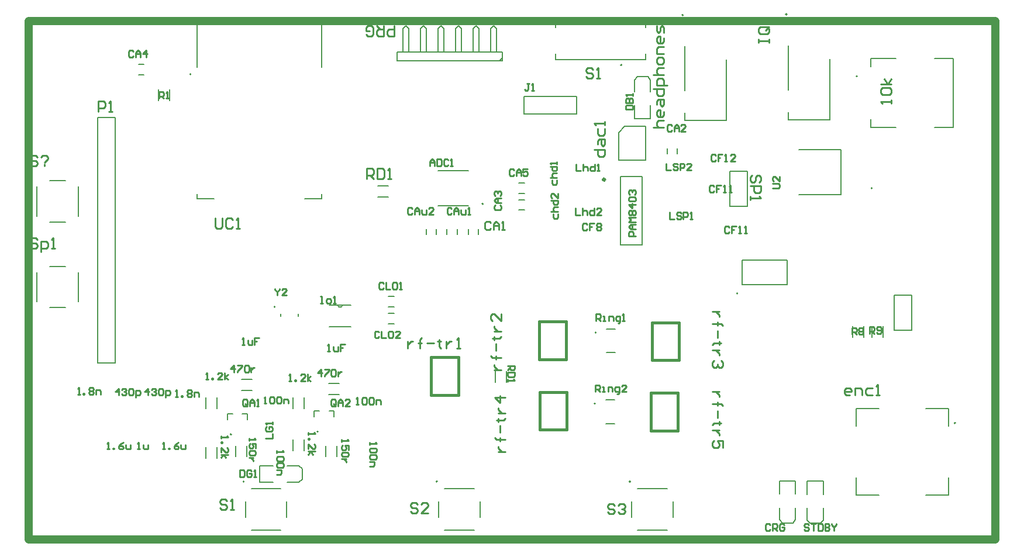
<source format=gto>
G04 Layer_Color=65535*
%FSLAX44Y44*%
%MOMM*%
G71*
G01*
G75*
%ADD42C,0.2000*%
%ADD44C,0.4000*%
%ADD49C,1.2000*%
%ADD84C,0.1524*%
%ADD85C,0.4064*%
%ADD86C,0.1270*%
%ADD87C,0.2540*%
D42*
X1460860Y1113180D02*
G03*
X1460860Y1113180I-1000J0D01*
G01*
X1132500Y526000D02*
G03*
X1132500Y526000I-1000J0D01*
G01*
X853000D02*
G03*
X853000Y526000I-1000J0D01*
G01*
X573500D02*
G03*
X573500Y526000I-1000J0D01*
G01*
X919400Y928400D02*
G03*
X919400Y928400I-1000J0D01*
G01*
X264000Y775500D02*
G03*
X264000Y775500I-1000J0D01*
G01*
X1482760Y950880D02*
G03*
X1482760Y950880I-1000J0D01*
G01*
X496350Y1116075D02*
G03*
X496350Y1116075I-1000J0D01*
G01*
X680500Y598400D02*
G03*
X680500Y598400I-1000J0D01*
G01*
X555000Y594400D02*
G03*
X555000Y594400I-1000J0D01*
G01*
X1083000Y742000D02*
G03*
X1083000Y742000I-1000J0D01*
G01*
X1082000Y639000D02*
G03*
X1082000Y639000I-1000J0D01*
G01*
X264000Y899500D02*
G03*
X264000Y899500I-1000J0D01*
G01*
X1288000Y798500D02*
G03*
X1288000Y798500I-1000J0D01*
G01*
X1603000Y611000D02*
G03*
X1603000Y611000I-1000J0D01*
G01*
X618250Y779000D02*
G03*
X618250Y779000I-1000J0D01*
G01*
X1120000Y1129440D02*
G03*
X1120000Y1129440I-1000J0D01*
G01*
X1209000Y1202000D02*
G03*
X1209000Y1202000I-1000J0D01*
G01*
X1359000Y1203000D02*
G03*
X1359000Y1203000I-1000J0D01*
G01*
X635000Y548500D02*
X652000D01*
X652000Y525500D02*
X657000Y529500D01*
X652000Y548500D02*
X657000Y544500D01*
X635000Y525500D02*
X652000D01*
X657000Y529500D02*
Y544500D01*
X596000Y525500D02*
Y548500D01*
X615000D01*
X596000Y525500D02*
X615000D01*
X977900Y1083700D02*
X1054100D01*
X977900Y1058300D02*
Y1083700D01*
Y1058300D02*
X1054100D01*
Y1083700D01*
X1138500Y1091000D02*
Y1108000D01*
X1157500Y1113000D02*
X1161500Y1108000D01*
X1138500D02*
X1142500Y1113000D01*
X1161500Y1091000D02*
Y1108000D01*
X1142500Y1113000D02*
X1157500D01*
X1138500Y1052000D02*
X1161500D01*
X1138500D02*
Y1071000D01*
X1161500Y1052000D02*
Y1071000D01*
X1539700Y745300D02*
Y796100D01*
X1514300D02*
X1539700D01*
X1514300Y745300D02*
Y796100D01*
Y745300D02*
X1539700D01*
X1276300Y975700D02*
X1301700D01*
Y924900D02*
Y975700D01*
X1276300Y924900D02*
X1301700D01*
X1276300D02*
Y975700D01*
X794700Y1135700D02*
X947100D01*
X942867D02*
X947100Y1139933D01*
X803167Y1148400D02*
Y1182267D01*
X807400Y1186500D01*
X811633Y1182267D01*
Y1148400D02*
Y1182267D01*
X828567Y1148400D02*
Y1182267D01*
X832800Y1186500D01*
X837033Y1182267D01*
Y1148400D02*
Y1182267D01*
X853967Y1148400D02*
Y1182267D01*
X858200Y1186500D01*
X862433Y1182267D01*
Y1148400D02*
Y1182267D01*
X879367Y1148400D02*
Y1182267D01*
X883600Y1186500D01*
X887833Y1182267D01*
Y1148400D02*
Y1182267D01*
X904767Y1148400D02*
Y1182267D01*
X909000Y1186500D01*
X913233Y1182267D01*
Y1148400D02*
Y1182267D01*
X930167Y1148400D02*
Y1182267D01*
X934400Y1186500D01*
X938633Y1182267D01*
Y1148400D02*
Y1182267D01*
X794700Y1135700D02*
Y1148400D01*
X947100D01*
Y1135700D02*
Y1148400D01*
X881500Y884000D02*
Y892000D01*
X866500Y884000D02*
Y892000D01*
X851500Y884000D02*
Y892000D01*
X836500Y884000D02*
Y892000D01*
X897500Y884000D02*
Y892000D01*
X912500Y884000D02*
Y892000D01*
X971000Y943500D02*
X979000D01*
X971000Y958500D02*
X979000D01*
X1411500Y470500D02*
Y487500D01*
X1388500Y470500D02*
X1392500Y465500D01*
X1407500D02*
X1411500Y470500D01*
X1388500D02*
Y487500D01*
X1392500Y465500D02*
X1407500D01*
X1388500Y526500D02*
X1411500D01*
Y507500D02*
Y526500D01*
X1388500Y507500D02*
Y526500D01*
X1371500Y471000D02*
Y488000D01*
X1348500Y471000D02*
X1352500Y466000D01*
X1367500D02*
X1371500Y471000D01*
X1348500D02*
Y488000D01*
X1352500Y466000D02*
X1367500D01*
X1348500Y527000D02*
X1371500D01*
Y508000D02*
Y527000D01*
X1348500Y508000D02*
Y527000D01*
X420000Y1130500D02*
X428000D01*
X420000Y1115500D02*
X428000D01*
X971000Y919500D02*
X979000D01*
X971000Y934500D02*
X979000D01*
X1200500Y1001000D02*
Y1009000D01*
X1185500Y1001000D02*
Y1009000D01*
X360680Y697550D02*
X386080D01*
X360680D02*
Y1053150D01*
X386080D01*
Y1034100D02*
Y1053150D01*
Y697550D02*
Y1034100D01*
X782000Y794500D02*
X790000D01*
X782000Y779500D02*
X790000D01*
X782000Y769500D02*
X790000D01*
X782000Y754500D02*
X790000D01*
D44*
X1201050Y600060D02*
Y654670D01*
X1161680Y600060D02*
X1201050D01*
X1161680Y654670D02*
X1201050D01*
X1161680Y600060D02*
Y654670D01*
X1203050Y702060D02*
Y756670D01*
X1163680Y702060D02*
X1203050D01*
X1163680Y756670D02*
X1203050D01*
X1163680Y702060D02*
Y756670D01*
X999950Y703330D02*
Y757940D01*
X1039320D01*
X999950Y703330D02*
X1039320D01*
Y757940D01*
X1000950Y601330D02*
Y655940D01*
X1040320D01*
X1000950Y601330D02*
X1040320D01*
Y655940D01*
X843950Y651330D02*
Y705940D01*
X883320D01*
X843950Y651330D02*
X883320D01*
Y705940D01*
D49*
X261000Y442000D02*
X261000Y1193000D01*
X1661000Y1193000D01*
X1661000Y442000D02*
X1661000Y1193000D01*
X261000Y442000D02*
X1661000Y442000D01*
D84*
X708952Y781494D02*
G03*
X715048Y781494I3048J0D01*
G01*
X696506D02*
X708952D01*
X715048D01*
X727494D01*
X696506Y750506D02*
X727494D01*
D85*
X1095414Y963350D02*
G03*
X1095414Y963350I-1414J0D01*
G01*
D86*
X766450Y938000D02*
X782050D01*
X766450Y954000D02*
X782050D01*
X1480000Y1039000D02*
Y1051000D01*
Y1039000D02*
X1517000D01*
X1480000Y1127000D02*
Y1139000D01*
X1517000D01*
X1573000Y1039000D02*
X1600000D01*
Y1139000D01*
X1573000D02*
X1600000D01*
X1134050Y474575D02*
Y497425D01*
X1142575Y515950D02*
X1185425D01*
X1193950Y474575D02*
Y497425D01*
X1142575Y456050D02*
X1185425D01*
X854550Y474575D02*
Y497425D01*
X863075Y515950D02*
X905925D01*
X914450Y474575D02*
Y497425D01*
X863075Y456050D02*
X905925D01*
X575050Y474575D02*
Y497425D01*
X583575Y515950D02*
X626425D01*
X634950Y474575D02*
Y497425D01*
X583575Y456050D02*
X626425D01*
X854000Y976000D02*
X898000D01*
X854000Y926000D02*
X898000D01*
X291575Y778050D02*
X314425D01*
X273050Y786575D02*
Y829425D01*
X291575Y837950D02*
X314425D01*
X332950Y786575D02*
Y829425D01*
X1454000Y735200D02*
Y750800D01*
X1470000Y735200D02*
Y750800D01*
X1482000Y735200D02*
Y750800D01*
X1498000Y735200D02*
Y750800D01*
X1376275Y941300D02*
X1437225D01*
X1376275Y1006700D02*
X1437225D01*
Y941300D02*
Y1006700D01*
X505350Y936075D02*
Y942575D01*
Y936075D02*
X529850D01*
X660850D02*
X685350D01*
Y942575D01*
X505350Y1126075D02*
Y1191075D01*
X685350D01*
Y1126075D02*
Y1191075D01*
X644000Y632200D02*
Y647800D01*
X660000Y632200D02*
Y647800D01*
X674500Y620000D02*
Y628500D01*
X703500Y620000D02*
Y628500D01*
X696000D02*
X703500D01*
X674500D02*
X682000D01*
X691000Y562200D02*
Y577800D01*
X707000Y562200D02*
Y577800D01*
X644000Y571200D02*
Y586800D01*
X660000Y571200D02*
Y586800D01*
X549000Y616000D02*
Y624500D01*
X578000Y616000D02*
Y624500D01*
X570500D02*
X578000D01*
X549000D02*
X556500D01*
X953000Y670200D02*
Y685800D01*
X937000Y670200D02*
Y685800D01*
X518000Y560200D02*
Y575800D01*
X534000Y560200D02*
Y575800D01*
X561000Y562200D02*
Y577800D01*
X577000Y562200D02*
Y577800D01*
X1097500Y712865D02*
X1110500D01*
X1097500Y747135D02*
X1110500D01*
X1096500Y609865D02*
X1109500D01*
X1096500Y644135D02*
X1109500D01*
X695200Y668000D02*
X710800D01*
X695200Y652000D02*
X710800D01*
X569200Y674000D02*
X584800D01*
X569200Y658000D02*
X584800D01*
X518000Y632200D02*
Y647800D01*
X534000Y632200D02*
Y647800D01*
X1118250Y868850D02*
Y967850D01*
Y868850D02*
X1149750D01*
Y967850D01*
X1118250D02*
X1149750D01*
X1154500Y991500D02*
Y1040500D01*
X1115500Y991500D02*
X1154500D01*
X1115500D02*
Y1031786D01*
X1124214Y1040500D01*
X1154500D01*
X449000Y1078200D02*
Y1093800D01*
X465000Y1078200D02*
Y1093800D01*
X291575Y902050D02*
X314425D01*
X273050Y910575D02*
Y953425D01*
X291575Y961950D02*
X314425D01*
X332950Y910575D02*
Y953425D01*
X1294500Y811500D02*
Y846500D01*
X1359500D01*
Y811500D02*
Y846500D01*
X1294500Y811500D02*
X1359500D01*
X1459000Y506500D02*
X1492000D01*
X1459000D02*
Y532000D01*
Y606000D02*
Y631500D01*
X1492000D01*
X1560000Y506500D02*
X1593000D01*
Y532000D01*
Y606000D02*
Y631500D01*
X1560000D02*
X1593000D01*
X651250Y765700D02*
Y769300D01*
X626250Y765700D02*
Y769300D01*
X1118500Y1193000D02*
X1154000D01*
X1059500D02*
X1118500D01*
X1024000D02*
X1059500D01*
X1024000Y1137000D02*
X1154000D01*
Y1184200D02*
Y1193000D01*
Y1137000D02*
Y1145800D01*
X1024000Y1184200D02*
Y1193000D01*
Y1137000D02*
Y1145800D01*
X1211000Y1049000D02*
Y1060000D01*
Y1092000D02*
Y1157000D01*
Y1049000D02*
X1271000D01*
Y1137000D01*
X1361000Y1050000D02*
Y1061000D01*
Y1093000D02*
Y1158000D01*
Y1050000D02*
X1421000D01*
Y1138000D01*
D87*
X750622Y964454D02*
Y979689D01*
X758240D01*
X760779Y977150D01*
Y972072D01*
X758240Y969532D01*
X750622D01*
X755700D02*
X760779Y964454D01*
X765857Y979689D02*
Y964454D01*
X773475D01*
X776014Y966993D01*
Y977150D01*
X773475Y979689D01*
X765857D01*
X781092Y964454D02*
X786171D01*
X783631D01*
Y979689D01*
X781092Y977150D01*
X604003Y589000D02*
X614000D01*
Y595664D01*
X605669Y605661D02*
X604003Y603995D01*
Y600663D01*
X605669Y598997D01*
X612334D01*
X614000Y600663D01*
Y603995D01*
X612334Y605661D01*
X609002D01*
Y602329D01*
X614000Y608993D02*
Y612326D01*
Y610660D01*
X604003D01*
X605669Y608993D01*
X567000Y542997D02*
Y533000D01*
X571998D01*
X573665Y534666D01*
Y541331D01*
X571998Y542997D01*
X567000D01*
X583661Y541331D02*
X581995Y542997D01*
X578663D01*
X576997Y541331D01*
Y534666D01*
X578663Y533000D01*
X581995D01*
X583661Y534666D01*
Y537998D01*
X580329D01*
X586993Y533000D02*
X590326D01*
X588660D01*
Y542997D01*
X586993Y541331D01*
X986088Y1102197D02*
X982756D01*
X984422D01*
Y1093866D01*
X982756Y1092200D01*
X981090D01*
X979424Y1093866D01*
X989421Y1092200D02*
X992753D01*
X991087D01*
Y1102197D01*
X989421Y1100531D01*
X1126003Y1065000D02*
X1136000D01*
Y1069998D01*
X1134334Y1071665D01*
X1127669D01*
X1126003Y1069998D01*
Y1065000D01*
Y1074997D02*
X1136000D01*
Y1079995D01*
X1134334Y1081661D01*
X1132668D01*
X1131002Y1079995D01*
Y1074997D01*
Y1079995D01*
X1129335Y1081661D01*
X1127669D01*
X1126003Y1079995D01*
Y1074997D01*
X1136000Y1084994D02*
Y1088326D01*
Y1086660D01*
X1126003D01*
X1127669Y1084994D01*
X1275648Y894537D02*
X1273982Y896203D01*
X1270650D01*
X1268984Y894537D01*
Y887872D01*
X1270650Y886206D01*
X1273982D01*
X1275648Y887872D01*
X1285645Y896203D02*
X1278981D01*
Y891204D01*
X1282313D01*
X1278981D01*
Y886206D01*
X1288978D02*
X1292310D01*
X1290644D01*
Y896203D01*
X1288978Y894537D01*
X1297308Y886206D02*
X1300641D01*
X1298974D01*
Y896203D01*
X1297308Y894537D01*
X531000Y908235D02*
Y895539D01*
X533539Y893000D01*
X538618D01*
X541157Y895539D01*
Y908235D01*
X556392Y905696D02*
X553853Y908235D01*
X548774D01*
X546235Y905696D01*
Y895539D01*
X548774Y893000D01*
X553853D01*
X556392Y895539D01*
X561470Y893000D02*
X566549D01*
X564009D01*
Y908235D01*
X561470Y905696D01*
X693960Y715088D02*
X697292D01*
X695626D01*
Y725085D01*
X693960Y723419D01*
X702291Y721752D02*
Y716754D01*
X703957Y715088D01*
X708955D01*
Y721752D01*
X718952Y725085D02*
X712287D01*
Y720086D01*
X715620D01*
X712287D01*
Y715088D01*
X569981Y724201D02*
X573314D01*
X571647D01*
Y734198D01*
X569981Y732532D01*
X578312Y730865D02*
Y725867D01*
X579978Y724201D01*
X584977D01*
Y730865D01*
X594973Y734198D02*
X588309D01*
Y729199D01*
X591641D01*
X588309D01*
Y724201D01*
X620000Y571000D02*
Y567668D01*
Y569334D01*
X629997D01*
X628331Y571000D01*
Y562669D02*
X629997Y561003D01*
Y557671D01*
X628331Y556005D01*
X621666D01*
X620000Y557671D01*
Y561003D01*
X621666Y562669D01*
X628331D01*
Y552673D02*
X629997Y551006D01*
Y547674D01*
X628331Y546008D01*
X621666D01*
X620000Y547674D01*
Y551006D01*
X621666Y552673D01*
X628331D01*
X620000Y542676D02*
X626665D01*
Y537677D01*
X624998Y536011D01*
X620000D01*
X1081532Y656082D02*
Y666079D01*
X1086530D01*
X1088196Y664413D01*
Y661080D01*
X1086530Y659414D01*
X1081532D01*
X1084864D02*
X1088196Y656082D01*
X1091529D02*
X1094861D01*
X1093195D01*
Y662747D01*
X1091529D01*
X1099859Y656082D02*
Y662747D01*
X1104858D01*
X1106524Y661080D01*
Y656082D01*
X1113188Y652750D02*
X1114855D01*
X1116521Y654416D01*
Y662747D01*
X1111522D01*
X1109856Y661080D01*
Y657748D01*
X1111522Y656082D01*
X1116521D01*
X1126517D02*
X1119853D01*
X1126517Y662747D01*
Y664413D01*
X1124851Y666079D01*
X1121519D01*
X1119853Y664413D01*
X1082548Y758952D02*
Y768949D01*
X1087546D01*
X1089212Y767283D01*
Y763950D01*
X1087546Y762284D01*
X1082548D01*
X1085880D02*
X1089212Y758952D01*
X1092545D02*
X1095877D01*
X1094211D01*
Y765617D01*
X1092545D01*
X1100875Y758952D02*
Y765617D01*
X1105874D01*
X1107540Y763950D01*
Y758952D01*
X1114204Y755620D02*
X1115871D01*
X1117537Y757286D01*
Y765617D01*
X1112538D01*
X1110872Y763950D01*
Y760618D01*
X1112538Y758952D01*
X1117537D01*
X1120869D02*
X1124201D01*
X1122535D01*
Y768949D01*
X1120869Y767283D01*
X955000Y694000D02*
X964997D01*
Y689002D01*
X963331Y687336D01*
X959998D01*
X958332Y689002D01*
Y694000D01*
Y690668D02*
X955000Y687336D01*
X964997Y684003D02*
X955000D01*
Y679005D01*
X956666Y677339D01*
X963331D01*
X964997Y679005D01*
Y684003D01*
X955000Y674006D02*
Y670674D01*
Y672340D01*
X964997D01*
X963331Y674006D01*
X638000Y672000D02*
X641332D01*
X639666D01*
Y681997D01*
X638000Y680331D01*
X646331Y672000D02*
Y673666D01*
X647997D01*
Y672000D01*
X646331D01*
X661326D02*
X654661D01*
X661326Y678664D01*
Y680331D01*
X659660Y681997D01*
X656327D01*
X654661Y680331D01*
X664658Y672000D02*
Y681997D01*
Y675332D02*
X669656Y678664D01*
X664658Y675332D02*
X669656Y672000D01*
X666000Y597000D02*
Y593668D01*
Y595334D01*
X675997D01*
X674331Y597000D01*
X666000Y588669D02*
X667666D01*
Y587003D01*
X666000D01*
Y588669D01*
Y573674D02*
Y580339D01*
X672664Y573674D01*
X674331D01*
X675997Y575340D01*
Y578673D01*
X674331Y580339D01*
X666000Y570342D02*
X675997D01*
X669332D02*
X672664Y565344D01*
X669332Y570342D02*
X666000Y565344D01*
X684322Y678420D02*
Y688417D01*
X679324Y683418D01*
X685988D01*
X689321Y688417D02*
X695985D01*
Y686751D01*
X689321Y680086D01*
Y678420D01*
X699317Y686751D02*
X700984Y688417D01*
X704316D01*
X705982Y686751D01*
Y680086D01*
X704316Y678420D01*
X700984D01*
X699317Y680086D01*
Y686751D01*
X709314Y685085D02*
Y678420D01*
Y681752D01*
X710981Y683418D01*
X712647Y685085D01*
X714313D01*
X714000Y587000D02*
Y583668D01*
Y585334D01*
X723997D01*
X722331Y587000D01*
X723997Y572005D02*
Y578669D01*
X718998D01*
X720665Y575337D01*
Y573671D01*
X718998Y572005D01*
X715666D01*
X714000Y573671D01*
Y577003D01*
X715666Y578669D01*
X722331Y568673D02*
X723997Y567006D01*
Y563674D01*
X722331Y562008D01*
X715666D01*
X714000Y563674D01*
Y567006D01*
X715666Y568673D01*
X722331D01*
X720665Y558676D02*
X714000D01*
X717332D01*
X718998Y557010D01*
X720665Y555344D01*
Y553677D01*
X580000Y589000D02*
Y585668D01*
Y587334D01*
X589997D01*
X588331Y589000D01*
X589997Y574005D02*
Y580669D01*
X584998D01*
X586665Y577337D01*
Y575671D01*
X584998Y574005D01*
X581666D01*
X580000Y575671D01*
Y579003D01*
X581666Y580669D01*
X588331Y570673D02*
X589997Y569006D01*
Y565674D01*
X588331Y564008D01*
X581666D01*
X580000Y565674D01*
Y569006D01*
X581666Y570673D01*
X588331D01*
X586665Y560676D02*
X580000D01*
X583332D01*
X584998Y559010D01*
X586665Y557343D01*
Y555677D01*
X558304Y684356D02*
Y694353D01*
X553306Y689354D01*
X559971D01*
X563303Y694353D02*
X569967D01*
Y692687D01*
X563303Y686022D01*
Y684356D01*
X573299Y692687D02*
X574966Y694353D01*
X578298D01*
X579964Y692687D01*
Y686022D01*
X578298Y684356D01*
X574966D01*
X573299Y686022D01*
Y692687D01*
X583296Y691021D02*
Y684356D01*
Y687688D01*
X584963Y689354D01*
X586629Y691021D01*
X588295D01*
X540000Y592000D02*
Y588668D01*
Y590334D01*
X549997D01*
X548331Y592000D01*
X540000Y583669D02*
X541666D01*
Y582003D01*
X540000D01*
Y583669D01*
Y568674D02*
Y575339D01*
X546665Y568674D01*
X548331D01*
X549997Y570340D01*
Y573673D01*
X548331Y575339D01*
X540000Y565342D02*
X549997D01*
X543332D02*
X546665Y560344D01*
X543332Y565342D02*
X540000Y560344D01*
X517906Y673862D02*
X521238D01*
X519572D01*
Y683859D01*
X517906Y682193D01*
X526237Y673862D02*
Y675528D01*
X527903D01*
Y673862D01*
X526237D01*
X541232D02*
X534567D01*
X541232Y680527D01*
Y682193D01*
X539566Y683859D01*
X536233D01*
X534567Y682193D01*
X544564Y673862D02*
Y683859D01*
Y677194D02*
X549562Y680527D01*
X544564Y677194D02*
X549562Y673862D01*
X705665Y636666D02*
Y643331D01*
X703998Y644997D01*
X700666D01*
X699000Y643331D01*
Y636666D01*
X700666Y635000D01*
X703998D01*
X702332Y638332D02*
X705665Y635000D01*
X703998D02*
X705665Y636666D01*
X708997Y635000D02*
Y641665D01*
X712329Y644997D01*
X715661Y641665D01*
Y635000D01*
Y639998D01*
X708997D01*
X725658Y635000D02*
X718994D01*
X725658Y641665D01*
Y643331D01*
X723992Y644997D01*
X720660D01*
X718994Y643331D01*
X577664Y636666D02*
Y643331D01*
X575998Y644997D01*
X572666D01*
X571000Y643331D01*
Y636666D01*
X572666Y635000D01*
X575998D01*
X574332Y638332D02*
X577664Y635000D01*
X575998D02*
X577664Y636666D01*
X580997Y635000D02*
Y641665D01*
X584329Y644997D01*
X587661Y641665D01*
Y635000D01*
Y639998D01*
X580997D01*
X590994Y635000D02*
X594326D01*
X592660D01*
Y644997D01*
X590994Y643331D01*
X455000Y573000D02*
X458332D01*
X456666D01*
Y582997D01*
X455000Y581331D01*
X463331Y573000D02*
Y574666D01*
X464997D01*
Y573000D01*
X463331D01*
X478326Y582997D02*
X474994Y581331D01*
X471661Y577998D01*
Y574666D01*
X473327Y573000D01*
X476660D01*
X478326Y574666D01*
Y576332D01*
X476660Y577998D01*
X471661D01*
X481658Y579664D02*
Y574666D01*
X483324Y573000D01*
X488323D01*
Y579664D01*
X418500Y573000D02*
X421832D01*
X420166D01*
Y582997D01*
X418500Y581331D01*
X426831Y579664D02*
Y574666D01*
X428497Y573000D01*
X433495D01*
Y579664D01*
X375000Y573000D02*
X378332D01*
X376666D01*
Y582997D01*
X375000Y581331D01*
X383331Y573000D02*
Y574666D01*
X384997D01*
Y573000D01*
X383331D01*
X398326Y582997D02*
X394994Y581331D01*
X391661Y577998D01*
Y574666D01*
X393327Y573000D01*
X396660D01*
X398326Y574666D01*
Y576332D01*
X396660Y577998D01*
X391661D01*
X401658Y579664D02*
Y574666D01*
X403324Y573000D01*
X408323D01*
Y579664D01*
X755000Y583000D02*
Y579668D01*
Y581334D01*
X764997D01*
X763331Y583000D01*
Y574669D02*
X764997Y573003D01*
Y569671D01*
X763331Y568005D01*
X756666D01*
X755000Y569671D01*
Y573003D01*
X756666Y574669D01*
X763331D01*
Y564673D02*
X764997Y563006D01*
Y559674D01*
X763331Y558008D01*
X756666D01*
X755000Y559674D01*
Y563006D01*
X756666Y564673D01*
X763331D01*
X755000Y554676D02*
X761665D01*
Y549677D01*
X759998Y548011D01*
X755000D01*
X474000Y649000D02*
X477332D01*
X475666D01*
Y658997D01*
X474000Y657331D01*
X482331Y649000D02*
Y650666D01*
X483997D01*
Y649000D01*
X482331D01*
X490661Y657331D02*
X492327Y658997D01*
X495660D01*
X497326Y657331D01*
Y655665D01*
X495660Y653998D01*
X497326Y652332D01*
Y650666D01*
X495660Y649000D01*
X492327D01*
X490661Y650666D01*
Y652332D01*
X492327Y653998D01*
X490661Y655665D01*
Y657331D01*
X492327Y653998D02*
X495660D01*
X500658Y649000D02*
Y655665D01*
X505656D01*
X507323Y653998D01*
Y649000D01*
X433998Y651000D02*
Y660997D01*
X429000Y655998D01*
X435664D01*
X438997Y659331D02*
X440663Y660997D01*
X443995D01*
X445661Y659331D01*
Y657664D01*
X443995Y655998D01*
X442329D01*
X443995D01*
X445661Y654332D01*
Y652666D01*
X443995Y651000D01*
X440663D01*
X438997Y652666D01*
X448994Y659331D02*
X450660Y660997D01*
X453992D01*
X455658Y659331D01*
Y652666D01*
X453992Y651000D01*
X450660D01*
X448994Y652666D01*
Y659331D01*
X458990Y647668D02*
Y657664D01*
X463989D01*
X465655Y655998D01*
Y652666D01*
X463989Y651000D01*
X458990D01*
X391162D02*
Y660997D01*
X386164Y655998D01*
X392828D01*
X396160Y659331D02*
X397826Y660997D01*
X401159D01*
X402825Y659331D01*
Y657664D01*
X401159Y655998D01*
X399493D01*
X401159D01*
X402825Y654332D01*
Y652666D01*
X401159Y651000D01*
X397826D01*
X396160Y652666D01*
X406157Y659331D02*
X407823Y660997D01*
X411156D01*
X412822Y659331D01*
Y652666D01*
X411156Y651000D01*
X407823D01*
X406157Y652666D01*
Y659331D01*
X416154Y647668D02*
Y657664D01*
X421152D01*
X422818Y655998D01*
Y652666D01*
X421152Y651000D01*
X416154D01*
X332000Y652001D02*
X335332D01*
X333666D01*
Y661998D01*
X332000Y660332D01*
X340331Y652001D02*
Y653667D01*
X341997D01*
Y652001D01*
X340331D01*
X348661Y660332D02*
X350327Y661998D01*
X353660D01*
X355326Y660332D01*
Y658665D01*
X353660Y656999D01*
X355326Y655333D01*
Y653667D01*
X353660Y652001D01*
X350327D01*
X348661Y653667D01*
Y655333D01*
X350327Y656999D01*
X348661Y658665D01*
Y660332D01*
X350327Y656999D02*
X353660D01*
X358658Y652001D02*
Y658665D01*
X363656D01*
X365323Y656999D01*
Y652001D01*
X735656Y638084D02*
X738988D01*
X737322D01*
Y648081D01*
X735656Y646415D01*
X743987D02*
X745653Y648081D01*
X748985D01*
X750651Y646415D01*
Y639750D01*
X748985Y638084D01*
X745653D01*
X743987Y639750D01*
Y646415D01*
X753983D02*
X755649Y648081D01*
X758982D01*
X760648Y646415D01*
Y639750D01*
X758982Y638084D01*
X755649D01*
X753983Y639750D01*
Y646415D01*
X763980Y638084D02*
Y644749D01*
X768979D01*
X770645Y643082D01*
Y638084D01*
X601980Y639064D02*
X605312D01*
X603646D01*
Y649061D01*
X601980Y647395D01*
X610311D02*
X611977Y649061D01*
X615309D01*
X616975Y647395D01*
Y640730D01*
X615309Y639064D01*
X611977D01*
X610311Y640730D01*
Y647395D01*
X620307D02*
X621974Y649061D01*
X625306D01*
X626972Y647395D01*
Y640730D01*
X625306Y639064D01*
X621974D01*
X620307Y640730D01*
Y647395D01*
X630304Y639064D02*
Y645729D01*
X635303D01*
X636969Y644062D01*
Y639064D01*
X1261157Y656000D02*
X1251000D01*
X1256078D01*
X1258617Y653461D01*
X1261157Y650922D01*
Y648382D01*
X1251000Y638226D02*
X1263696D01*
X1258617D01*
Y640765D01*
Y635687D01*
Y638226D01*
X1263696D01*
X1266235Y635687D01*
X1258617Y628069D02*
Y617912D01*
X1263696Y610295D02*
X1261157D01*
Y612834D01*
Y607756D01*
Y610295D01*
X1253539D01*
X1251000Y607756D01*
X1261157Y600138D02*
X1251000D01*
X1256078D01*
X1258617Y597599D01*
X1261157Y595060D01*
Y592520D01*
X1266235Y574746D02*
Y584903D01*
X1258617D01*
X1261157Y579825D01*
Y577285D01*
X1258617Y574746D01*
X1253539D01*
X1251000Y577285D01*
Y582364D01*
X1253539Y584903D01*
X940843Y569000D02*
X951000D01*
X945922D01*
X943382Y571539D01*
X940843Y574078D01*
Y576618D01*
X951000Y586774D02*
X938304D01*
X943382D01*
Y584235D01*
Y589313D01*
Y586774D01*
X938304D01*
X935765Y589313D01*
X943382Y596931D02*
Y607088D01*
X938304Y614705D02*
X940843D01*
Y612166D01*
Y617244D01*
Y614705D01*
X948461D01*
X951000Y617244D01*
X940843Y624862D02*
X951000D01*
X945922D01*
X943382Y627401D01*
X940843Y629940D01*
Y632479D01*
X951000Y647714D02*
X935765D01*
X943382Y640097D01*
Y650254D01*
X1261157Y772000D02*
X1251000D01*
X1256078D01*
X1258617Y769461D01*
X1261157Y766922D01*
Y764382D01*
X1251000Y754226D02*
X1263696D01*
X1258617D01*
Y756765D01*
Y751687D01*
Y754226D01*
X1263696D01*
X1266235Y751687D01*
X1258617Y744069D02*
Y733912D01*
X1263696Y726295D02*
X1261157D01*
Y728834D01*
Y723756D01*
Y726295D01*
X1253539D01*
X1251000Y723756D01*
X1261157Y716138D02*
X1251000D01*
X1256078D01*
X1258617Y713599D01*
X1261157Y711060D01*
Y708521D01*
X1263696Y700903D02*
X1266235Y698364D01*
Y693286D01*
X1263696Y690746D01*
X1261157D01*
X1258617Y693286D01*
Y695825D01*
Y693286D01*
X1256078Y690746D01*
X1253539D01*
X1251000Y693286D01*
Y698364D01*
X1253539Y700903D01*
X934843Y688000D02*
X945000D01*
X939922D01*
X937383Y690539D01*
X934843Y693078D01*
Y695618D01*
X945000Y705774D02*
X932304D01*
X937383D01*
Y703235D01*
Y708313D01*
Y705774D01*
X932304D01*
X929765Y708313D01*
X937383Y715931D02*
Y726088D01*
X932304Y733705D02*
X934843D01*
Y731166D01*
Y736244D01*
Y733705D01*
X942461D01*
X945000Y736244D01*
X934843Y743862D02*
X945000D01*
X939922D01*
X937383Y746401D01*
X934843Y748940D01*
Y751479D01*
X945000Y769254D02*
Y759097D01*
X934843Y769254D01*
X932304D01*
X929765Y766714D01*
Y761636D01*
X932304Y759097D01*
X809484Y729319D02*
Y719162D01*
Y724240D01*
X812023Y726779D01*
X814562Y729319D01*
X817102D01*
X827258Y719162D02*
Y731858D01*
Y726779D01*
X824719D01*
X829797D01*
X827258D01*
Y731858D01*
X829797Y734397D01*
X837415Y726779D02*
X847572D01*
X855189Y731858D02*
Y729319D01*
X852650D01*
X857728D01*
X855189D01*
Y721701D01*
X857728Y719162D01*
X865346Y729319D02*
Y719162D01*
Y724240D01*
X867885Y726779D01*
X870424Y729319D01*
X872963D01*
X880581Y719162D02*
X885659D01*
X883120D01*
Y734397D01*
X880581Y731858D01*
X1318696Y959843D02*
X1321235Y962383D01*
Y967461D01*
X1318696Y970000D01*
X1316157D01*
X1313618Y967461D01*
Y962383D01*
X1311078Y959843D01*
X1308539D01*
X1306000Y962383D01*
Y967461D01*
X1308539Y970000D01*
X1306000Y954765D02*
X1321235D01*
Y947147D01*
X1318696Y944608D01*
X1313618D01*
X1311078Y947147D01*
Y954765D01*
X1306000Y939530D02*
Y934452D01*
Y936991D01*
X1321235D01*
X1318696Y939530D01*
X1184000Y986997D02*
Y977000D01*
X1190665D01*
X1200661Y985331D02*
X1198995Y986997D01*
X1195663D01*
X1193997Y985331D01*
Y983664D01*
X1195663Y981998D01*
X1198995D01*
X1200661Y980332D01*
Y978666D01*
X1198995Y977000D01*
X1195663D01*
X1193997Y978666D01*
X1203994Y977000D02*
Y986997D01*
X1208992D01*
X1210658Y985331D01*
Y981998D01*
X1208992Y980332D01*
X1203994D01*
X1220655Y977000D02*
X1213990D01*
X1220655Y983664D01*
Y985331D01*
X1218989Y986997D01*
X1215657D01*
X1213990Y985331D01*
X1189000Y915997D02*
Y906000D01*
X1195665D01*
X1205661Y914331D02*
X1203995Y915997D01*
X1200663D01*
X1198997Y914331D01*
Y912664D01*
X1200663Y910998D01*
X1203995D01*
X1205661Y909332D01*
Y907666D01*
X1203995Y906000D01*
X1200663D01*
X1198997Y907666D01*
X1208994Y906000D02*
Y915997D01*
X1213992D01*
X1215658Y914331D01*
Y910998D01*
X1213992Y909332D01*
X1208994D01*
X1218990Y906000D02*
X1222323D01*
X1220657D01*
Y915997D01*
X1218990Y914331D01*
X1334664Y463331D02*
X1332998Y464997D01*
X1329666D01*
X1328000Y463331D01*
Y456666D01*
X1329666Y455000D01*
X1332998D01*
X1334664Y456666D01*
X1337997Y455000D02*
Y464997D01*
X1342995D01*
X1344661Y463331D01*
Y459998D01*
X1342995Y458332D01*
X1337997D01*
X1341329D02*
X1344661Y455000D01*
X1354658Y463331D02*
X1352992Y464997D01*
X1349660D01*
X1347994Y463331D01*
Y456666D01*
X1349660Y455000D01*
X1352992D01*
X1354658Y456666D01*
Y459998D01*
X1351326D01*
X1390665Y463331D02*
X1388998Y464997D01*
X1385666D01*
X1384000Y463331D01*
Y461665D01*
X1385666Y459998D01*
X1388998D01*
X1390665Y458332D01*
Y456666D01*
X1388998Y455000D01*
X1385666D01*
X1384000Y456666D01*
X1393997Y464997D02*
X1400661D01*
X1397329D01*
Y455000D01*
X1403994Y464997D02*
Y455000D01*
X1408992D01*
X1410658Y456666D01*
Y463331D01*
X1408992Y464997D01*
X1403994D01*
X1413990D02*
Y455000D01*
X1418989D01*
X1420655Y456666D01*
Y458332D01*
X1418989Y459998D01*
X1413990D01*
X1418989D01*
X1420655Y461665D01*
Y463331D01*
X1418989Y464997D01*
X1413990D01*
X1423987D02*
Y463331D01*
X1427319Y459998D01*
X1430652Y463331D01*
Y464997D01*
X1427319Y459998D02*
Y455000D01*
X273621Y995496D02*
X271082Y998035D01*
X266003D01*
X263464Y995496D01*
Y992957D01*
X266003Y990418D01*
X271082D01*
X273621Y987878D01*
Y985339D01*
X271082Y982800D01*
X266003D01*
X263464Y985339D01*
X278699Y995496D02*
X281238Y998035D01*
X286317D01*
X288856Y995496D01*
Y992957D01*
X283777Y987878D01*
Y985339D02*
Y982800D01*
X1109157Y491696D02*
X1106618Y494235D01*
X1101539D01*
X1099000Y491696D01*
Y489157D01*
X1101539Y486618D01*
X1106618D01*
X1109157Y484078D01*
Y481539D01*
X1106618Y479000D01*
X1101539D01*
X1099000Y481539D01*
X1114235Y491696D02*
X1116774Y494235D01*
X1121853D01*
X1124392Y491696D01*
Y489157D01*
X1121853Y486618D01*
X1119313D01*
X1121853D01*
X1124392Y484078D01*
Y481539D01*
X1121853Y479000D01*
X1116774D01*
X1114235Y481539D01*
X824157Y492696D02*
X821618Y495235D01*
X816539D01*
X814000Y492696D01*
Y490157D01*
X816539Y487617D01*
X821618D01*
X824157Y485078D01*
Y482539D01*
X821618Y480000D01*
X816539D01*
X814000Y482539D01*
X839392Y480000D02*
X829235D01*
X839392Y490157D01*
Y492696D01*
X836853Y495235D01*
X831774D01*
X829235Y492696D01*
X548157Y497696D02*
X545617Y500235D01*
X540539D01*
X538000Y497696D01*
Y495157D01*
X540539Y492617D01*
X545617D01*
X548157Y490078D01*
Y487539D01*
X545617Y485000D01*
X540539D01*
X538000Y487539D01*
X553235Y485000D02*
X558313D01*
X555774D01*
Y500235D01*
X553235Y497696D01*
X273570Y876550D02*
X271031Y879089D01*
X265952D01*
X263413Y876550D01*
Y874011D01*
X265952Y871471D01*
X271031D01*
X273570Y868932D01*
Y866393D01*
X271031Y863854D01*
X265952D01*
X263413Y866393D01*
X278648Y858776D02*
Y874011D01*
X286266D01*
X288805Y871471D01*
Y866393D01*
X286266Y863854D01*
X278648D01*
X293883D02*
X298962D01*
X296422D01*
Y879089D01*
X293883Y876550D01*
X1140000Y882000D02*
X1130003D01*
Y886998D01*
X1131669Y888664D01*
X1135002D01*
X1136668Y886998D01*
Y882000D01*
X1140000Y891997D02*
X1133335D01*
X1130003Y895329D01*
X1133335Y898661D01*
X1140000D01*
X1135002D01*
Y891997D01*
X1140000Y901993D02*
X1130003D01*
X1133335Y905326D01*
X1130003Y908658D01*
X1140000D01*
X1131669Y911990D02*
X1130003Y913656D01*
Y916989D01*
X1131669Y918655D01*
X1133335D01*
X1135002Y916989D01*
X1136668Y918655D01*
X1138334D01*
X1140000Y916989D01*
Y913656D01*
X1138334Y911990D01*
X1136668D01*
X1135002Y913656D01*
X1133335Y911990D01*
X1131669D01*
X1135002Y913656D02*
Y916989D01*
X1140000Y926985D02*
X1130003D01*
X1135002Y921987D01*
Y928652D01*
X1131669Y931984D02*
X1130003Y933650D01*
Y936982D01*
X1131669Y938648D01*
X1138334D01*
X1140000Y936982D01*
Y933650D01*
X1138334Y931984D01*
X1131669D01*
Y941981D02*
X1130003Y943647D01*
Y946979D01*
X1131669Y948645D01*
X1133335D01*
X1135002Y946979D01*
Y945313D01*
Y946979D01*
X1136668Y948645D01*
X1138334D01*
X1140000Y946979D01*
Y943647D01*
X1138334Y941981D01*
X1479000Y740000D02*
Y749997D01*
X1483998D01*
X1485665Y748331D01*
Y744998D01*
X1483998Y743332D01*
X1479000D01*
X1482332D02*
X1485665Y740000D01*
X1488997Y741666D02*
X1490663Y740000D01*
X1493995D01*
X1495661Y741666D01*
Y748331D01*
X1493995Y749997D01*
X1490663D01*
X1488997Y748331D01*
Y746665D01*
X1490663Y744998D01*
X1495661D01*
X1453000Y739000D02*
Y748997D01*
X1457998D01*
X1459664Y747331D01*
Y743998D01*
X1457998Y742332D01*
X1453000D01*
X1456332D02*
X1459664Y739000D01*
X1462997Y747331D02*
X1464663Y748997D01*
X1467995D01*
X1469661Y747331D01*
Y745665D01*
X1467995Y743998D01*
X1469661Y742332D01*
Y740666D01*
X1467995Y739000D01*
X1464663D01*
X1462997Y740666D01*
Y742332D01*
X1464663Y743998D01*
X1462997Y745665D01*
Y747331D01*
X1464663Y743998D02*
X1467995D01*
X790000Y1186000D02*
Y1170765D01*
X782383D01*
X779843Y1173304D01*
Y1178382D01*
X782383Y1180922D01*
X790000D01*
X774765Y1186000D02*
Y1170765D01*
X767147D01*
X764608Y1173304D01*
Y1178382D01*
X767147Y1180922D01*
X774765D01*
X769687D02*
X764608Y1186000D01*
X749373Y1173304D02*
X751912Y1170765D01*
X756991D01*
X759530Y1173304D01*
Y1183461D01*
X756991Y1186000D01*
X751912D01*
X749373Y1183461D01*
Y1178382D01*
X754452D01*
X1079765Y1007157D02*
X1095000D01*
Y999539D01*
X1092461Y997000D01*
X1087383D01*
X1084843Y999539D01*
Y1007157D01*
Y1014774D02*
Y1019853D01*
X1087383Y1022392D01*
X1095000D01*
Y1014774D01*
X1092461Y1012235D01*
X1089922Y1014774D01*
Y1022392D01*
X1084843Y1037627D02*
Y1030009D01*
X1087383Y1027470D01*
X1092461D01*
X1095000Y1030009D01*
Y1037627D01*
Y1042705D02*
Y1047784D01*
Y1045244D01*
X1079765D01*
X1082304Y1042705D01*
X1338003Y951000D02*
X1346334D01*
X1348000Y952666D01*
Y955998D01*
X1346334Y957664D01*
X1338003D01*
X1348000Y967661D02*
Y960997D01*
X1341335Y967661D01*
X1339669D01*
X1338003Y965995D01*
Y962663D01*
X1339669Y960997D01*
X450000Y1081000D02*
Y1090997D01*
X454998D01*
X456665Y1089331D01*
Y1085998D01*
X454998Y1084332D01*
X450000D01*
X453332D02*
X456665Y1081000D01*
X459997D02*
X463329D01*
X461663D01*
Y1090997D01*
X459997Y1089331D01*
X842000Y983000D02*
Y989665D01*
X845332Y992997D01*
X848664Y989665D01*
Y983000D01*
Y987998D01*
X842000D01*
X851997Y992997D02*
Y983000D01*
X856995D01*
X858661Y984666D01*
Y991331D01*
X856995Y992997D01*
X851997D01*
X868658Y991331D02*
X866992Y992997D01*
X863660D01*
X861994Y991331D01*
Y984666D01*
X863660Y983000D01*
X866992D01*
X868658Y984666D01*
X871990Y983000D02*
X875323D01*
X873656D01*
Y992997D01*
X871990Y991331D01*
X929997Y900997D02*
X927998Y902996D01*
X923999D01*
X922000Y900997D01*
Y892999D01*
X923999Y891000D01*
X927998D01*
X929997Y892999D01*
X933996Y891000D02*
Y898997D01*
X937995Y902996D01*
X941993Y898997D01*
Y891000D01*
Y896998D01*
X933996D01*
X945992Y891000D02*
X949991D01*
X947992D01*
Y902996D01*
X945992Y900997D01*
X1192289Y1041549D02*
X1190622Y1043215D01*
X1187290D01*
X1185624Y1041549D01*
Y1034884D01*
X1187290Y1033218D01*
X1190622D01*
X1192289Y1034884D01*
X1195621Y1033218D02*
Y1039883D01*
X1198953Y1043215D01*
X1202285Y1039883D01*
Y1033218D01*
Y1038216D01*
X1195621D01*
X1212282Y1033218D02*
X1205618D01*
X1212282Y1039883D01*
Y1041549D01*
X1210616Y1043215D01*
X1207284D01*
X1205618Y1041549D01*
X936669Y926665D02*
X935003Y924998D01*
Y921666D01*
X936669Y920000D01*
X943334D01*
X945000Y921666D01*
Y924998D01*
X943334Y926665D01*
X945000Y929997D02*
X938335D01*
X935003Y933329D01*
X938335Y936661D01*
X945000D01*
X940002D01*
Y929997D01*
X936669Y939994D02*
X935003Y941660D01*
Y944992D01*
X936669Y946658D01*
X938335D01*
X940002Y944992D01*
Y943326D01*
Y944992D01*
X941668Y946658D01*
X943334D01*
X945000Y944992D01*
Y941660D01*
X943334Y939994D01*
X412811Y1149045D02*
X411144Y1150711D01*
X407812D01*
X406146Y1149045D01*
Y1142380D01*
X407812Y1140714D01*
X411144D01*
X412811Y1142380D01*
X416143Y1140714D02*
Y1147378D01*
X419475Y1150711D01*
X422807Y1147378D01*
Y1140714D01*
Y1145712D01*
X416143D01*
X431138Y1140714D02*
Y1150711D01*
X426140Y1145712D01*
X432804D01*
X963672Y976897D02*
X962006Y978563D01*
X958674D01*
X957008Y976897D01*
Y970232D01*
X958674Y968566D01*
X962006D01*
X963672Y970232D01*
X967005Y968566D02*
Y975230D01*
X970337Y978563D01*
X973669Y975230D01*
Y968566D01*
Y973564D01*
X967005D01*
X983666Y978563D02*
X977002D01*
Y973564D01*
X980334Y975230D01*
X982000D01*
X983666Y973564D01*
Y970232D01*
X982000Y968566D01*
X978668D01*
X977002Y970232D01*
X873664Y921331D02*
X871998Y922997D01*
X868666D01*
X867000Y921331D01*
Y914666D01*
X868666Y913000D01*
X871998D01*
X873664Y914666D01*
X876997Y913000D02*
Y919665D01*
X880329Y922997D01*
X883661Y919665D01*
Y913000D01*
Y917998D01*
X876997D01*
X886994Y919665D02*
Y914666D01*
X888660Y913000D01*
X893658D01*
Y919665D01*
X896990Y913000D02*
X900323D01*
X898656D01*
Y922997D01*
X896990Y921331D01*
X816665D02*
X814998Y922997D01*
X811666D01*
X810000Y921331D01*
Y914666D01*
X811666Y913000D01*
X814998D01*
X816665Y914666D01*
X819997Y913000D02*
Y919665D01*
X823329Y922997D01*
X826661Y919665D01*
Y913000D01*
Y917998D01*
X819997D01*
X829994Y919665D02*
Y914666D01*
X831660Y913000D01*
X836658D01*
Y919665D01*
X846655Y913000D02*
X839990D01*
X846655Y919665D01*
Y921331D01*
X844989Y922997D01*
X841656D01*
X839990Y921331D01*
X362204Y1061786D02*
Y1077021D01*
X369822D01*
X372361Y1074482D01*
Y1069404D01*
X369822Y1066864D01*
X362204D01*
X377439Y1061786D02*
X382517D01*
X379978D01*
Y1077021D01*
X377439Y1074482D01*
X1449964Y651340D02*
X1444885D01*
X1442346Y653879D01*
Y658958D01*
X1444885Y661497D01*
X1449964D01*
X1452503Y658958D01*
Y656418D01*
X1442346D01*
X1457581Y651340D02*
Y661497D01*
X1465199D01*
X1467738Y658958D01*
Y651340D01*
X1482973Y661497D02*
X1475355D01*
X1472816Y658958D01*
Y653879D01*
X1475355Y651340D01*
X1482973D01*
X1488051D02*
X1493130D01*
X1490590D01*
Y666575D01*
X1488051Y664036D01*
X684000Y784000D02*
X687332D01*
X685666D01*
Y793997D01*
X684000D01*
X693997Y784000D02*
X697329D01*
X698995Y785666D01*
Y788998D01*
X697329Y790665D01*
X693997D01*
X692331Y788998D01*
Y785666D01*
X693997Y784000D01*
X702327D02*
X705660D01*
X703994D01*
Y793997D01*
X702327Y792331D01*
X617728Y805763D02*
Y804097D01*
X621060Y800764D01*
X624393Y804097D01*
Y805763D01*
X621060Y800764D02*
Y795766D01*
X634389D02*
X627725D01*
X634389Y802430D01*
Y804097D01*
X632723Y805763D01*
X629391D01*
X627725Y804097D01*
X1510000Y1074000D02*
Y1079078D01*
Y1076539D01*
X1494765D01*
X1497304Y1074000D01*
Y1086696D02*
X1494765Y1089235D01*
Y1094313D01*
X1497304Y1096853D01*
X1507461D01*
X1510000Y1094313D01*
Y1089235D01*
X1507461Y1086696D01*
X1497304D01*
X1510000Y1101931D02*
X1494765D01*
X1504922D02*
X1499843Y1109548D01*
X1504922Y1101931D02*
X1510000Y1109548D01*
X1078157Y1122696D02*
X1075618Y1125235D01*
X1070539D01*
X1068000Y1122696D01*
Y1120157D01*
X1070539Y1117617D01*
X1075618D01*
X1078157Y1115078D01*
Y1112539D01*
X1075618Y1110000D01*
X1070539D01*
X1068000Y1112539D01*
X1083235Y1110000D02*
X1088313D01*
X1085774D01*
Y1125235D01*
X1083235Y1122696D01*
X774761Y813003D02*
X773094Y814669D01*
X769762D01*
X768096Y813003D01*
Y806338D01*
X769762Y804672D01*
X773094D01*
X774761Y806338D01*
X778093Y814669D02*
Y804672D01*
X784757D01*
X793088Y814669D02*
X789756D01*
X788090Y813003D01*
Y806338D01*
X789756Y804672D01*
X793088D01*
X794754Y806338D01*
Y813003D01*
X793088Y814669D01*
X798086Y804672D02*
X801419D01*
X799753D01*
Y814669D01*
X798086Y813003D01*
X768664Y742331D02*
X766998Y743997D01*
X763666D01*
X762000Y742331D01*
Y735666D01*
X763666Y734000D01*
X766998D01*
X768664Y735666D01*
X771997Y743997D02*
Y734000D01*
X778661D01*
X786992Y743997D02*
X783660D01*
X781994Y742331D01*
Y735666D01*
X783660Y734000D01*
X786992D01*
X788658Y735666D01*
Y742331D01*
X786992Y743997D01*
X798655Y734000D02*
X791990D01*
X798655Y740665D01*
Y742331D01*
X796989Y743997D01*
X793656D01*
X791990Y742331D01*
X1069654Y898347D02*
X1067988Y900013D01*
X1064656D01*
X1062990Y898347D01*
Y891682D01*
X1064656Y890016D01*
X1067988D01*
X1069654Y891682D01*
X1079651Y900013D02*
X1072987D01*
Y895014D01*
X1076319D01*
X1072987D01*
Y890016D01*
X1082984Y898347D02*
X1084650Y900013D01*
X1087982D01*
X1089648Y898347D01*
Y896681D01*
X1087982Y895014D01*
X1089648Y893348D01*
Y891682D01*
X1087982Y890016D01*
X1084650D01*
X1082984Y891682D01*
Y893348D01*
X1084650Y895014D01*
X1082984Y896681D01*
Y898347D01*
X1084650Y895014D02*
X1087982D01*
X1019335Y962664D02*
Y957666D01*
X1021002Y956000D01*
X1024334D01*
X1026000Y957666D01*
Y962664D01*
X1016003Y965997D02*
X1026000D01*
X1021002D01*
X1019335Y967663D01*
Y970995D01*
X1021002Y972661D01*
X1026000D01*
X1016003Y982658D02*
X1026000D01*
Y977660D01*
X1024334Y975994D01*
X1021002D01*
X1019335Y977660D01*
Y982658D01*
X1026000Y985990D02*
Y989323D01*
Y987656D01*
X1016003D01*
X1017669Y985990D01*
X1020335Y913664D02*
Y908666D01*
X1022002Y907000D01*
X1025334D01*
X1027000Y908666D01*
Y913664D01*
X1017003Y916997D02*
X1027000D01*
X1022002D01*
X1020335Y918663D01*
Y921995D01*
X1022002Y923661D01*
X1027000D01*
X1017003Y933658D02*
X1027000D01*
Y928660D01*
X1025334Y926993D01*
X1022002D01*
X1020335Y928660D01*
Y933658D01*
X1027000Y943655D02*
Y936990D01*
X1020335Y943655D01*
X1018669D01*
X1017003Y941989D01*
Y938656D01*
X1018669Y936990D01*
X1253664Y953331D02*
X1251998Y954997D01*
X1248666D01*
X1247000Y953331D01*
Y946666D01*
X1248666Y945000D01*
X1251998D01*
X1253664Y946666D01*
X1263661Y954997D02*
X1256997D01*
Y949998D01*
X1260329D01*
X1256997D01*
Y945000D01*
X1266994D02*
X1270326D01*
X1268660D01*
Y954997D01*
X1266994Y953331D01*
X1275324Y945000D02*
X1278656D01*
X1276990D01*
Y954997D01*
X1275324Y953331D01*
X1255665Y998331D02*
X1253998Y999997D01*
X1250666D01*
X1249000Y998331D01*
Y991666D01*
X1250666Y990000D01*
X1253998D01*
X1255665Y991666D01*
X1265661Y999997D02*
X1258997D01*
Y994998D01*
X1262329D01*
X1258997D01*
Y990000D01*
X1268994D02*
X1272326D01*
X1270660D01*
Y999997D01*
X1268994Y998331D01*
X1283989Y990000D02*
X1277324D01*
X1283989Y996665D01*
Y998331D01*
X1282323Y999997D01*
X1278990D01*
X1277324Y998331D01*
X1317765Y1162000D02*
Y1167078D01*
Y1164539D01*
X1333000D01*
Y1162000D01*
Y1167078D01*
X1330461Y1184853D02*
X1320304D01*
X1317765Y1182313D01*
Y1177235D01*
X1320304Y1174696D01*
X1330461D01*
X1333000Y1177235D01*
Y1182313D01*
X1327922Y1179774D02*
X1333000Y1184853D01*
Y1182313D02*
X1330461Y1184853D01*
X1165765Y1039000D02*
X1181000D01*
X1173382D01*
X1170843Y1041539D01*
Y1046618D01*
X1173382Y1049157D01*
X1181000D01*
Y1061853D02*
Y1056774D01*
X1178461Y1054235D01*
X1173382D01*
X1170843Y1056774D01*
Y1061853D01*
X1173382Y1064392D01*
X1175922D01*
Y1054235D01*
X1170843Y1072009D02*
Y1077088D01*
X1173382Y1079627D01*
X1181000D01*
Y1072009D01*
X1178461Y1069470D01*
X1175922Y1072009D01*
Y1079627D01*
X1165765Y1094862D02*
X1181000D01*
Y1087244D01*
X1178461Y1084705D01*
X1173382D01*
X1170843Y1087244D01*
Y1094862D01*
X1186078Y1099940D02*
X1170843D01*
Y1107558D01*
X1173382Y1110097D01*
X1178461D01*
X1181000Y1107558D01*
Y1099940D01*
X1165765Y1115175D02*
X1181000D01*
X1173382D01*
X1170843Y1117715D01*
Y1122793D01*
X1173382Y1125332D01*
X1181000D01*
Y1132950D02*
Y1138028D01*
X1178461Y1140567D01*
X1173382D01*
X1170843Y1138028D01*
Y1132950D01*
X1173382Y1130410D01*
X1178461D01*
X1181000Y1132950D01*
Y1145646D02*
X1170843D01*
Y1153263D01*
X1173382Y1155802D01*
X1181000D01*
Y1168498D02*
Y1163420D01*
X1178461Y1160881D01*
X1173382D01*
X1170843Y1163420D01*
Y1168498D01*
X1173382Y1171037D01*
X1175922D01*
Y1160881D01*
X1181000Y1176116D02*
Y1183733D01*
X1178461Y1186272D01*
X1175922Y1183733D01*
Y1178655D01*
X1173382Y1176116D01*
X1170843Y1178655D01*
Y1186272D01*
X1054000Y985997D02*
Y976000D01*
X1060665D01*
X1063997Y985997D02*
Y976000D01*
Y980998D01*
X1065663Y982664D01*
X1068995D01*
X1070661Y980998D01*
Y976000D01*
X1080658Y985997D02*
Y976000D01*
X1075660D01*
X1073994Y977666D01*
Y980998D01*
X1075660Y982664D01*
X1080658D01*
X1083990Y976000D02*
X1087323D01*
X1085657D01*
Y985997D01*
X1083990Y984331D01*
X1053000Y921997D02*
Y912000D01*
X1059665D01*
X1062997Y921997D02*
Y912000D01*
Y916998D01*
X1064663Y918664D01*
X1067995D01*
X1069661Y916998D01*
Y912000D01*
X1079658Y921997D02*
Y912000D01*
X1074660D01*
X1072994Y913666D01*
Y916998D01*
X1074660Y918664D01*
X1079658D01*
X1089655Y912000D02*
X1082990D01*
X1089655Y918664D01*
Y920331D01*
X1087989Y921997D01*
X1084657D01*
X1082990Y920331D01*
M02*

</source>
